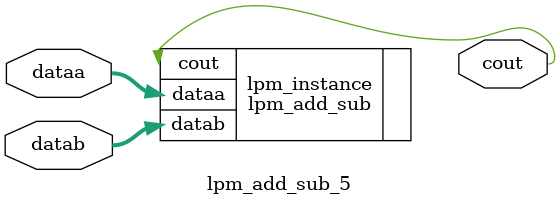
<source format=v>



module lpm_add_sub_5(dataa,datab,cout);
input [3:0] dataa;
input [3:0] datab;
output cout;

lpm_add_sub	lpm_instance(.dataa(dataa),.datab(datab),.cout(cout));
	defparam	lpm_instance.lpm_width = 4;

endmodule

</source>
